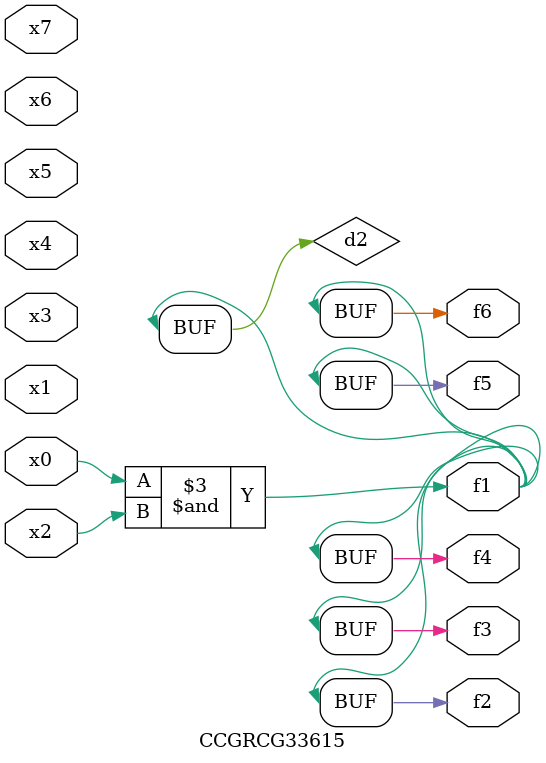
<source format=v>
module CCGRCG33615(
	input x0, x1, x2, x3, x4, x5, x6, x7,
	output f1, f2, f3, f4, f5, f6
);

	wire d1, d2;

	nor (d1, x3, x6);
	and (d2, x0, x2);
	assign f1 = d2;
	assign f2 = d2;
	assign f3 = d2;
	assign f4 = d2;
	assign f5 = d2;
	assign f6 = d2;
endmodule

</source>
